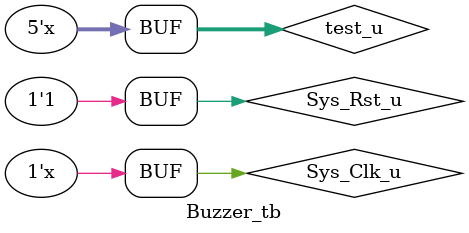
<source format=v>
`timescale 10ns/10ns
module Buzzer_tb();

parameter T=1;

	reg Sys_Clk_u;
	reg Sys_Rst_u;
	reg [4:0] test_u;
	wire piano_out_u;

	initial begin
		Sys_Clk_u = 1'b0;
		Sys_Rst_u = 1'b0;
		test_u	  = 1'b0;
		#(T+1) Sys_Rst_u = 1'b1;
	end
	
	always #(1*T) Sys_Clk_u = ~Sys_Clk_u;
	
	always begin
		#(20_000_000*T)test_u = test_u + 5'd3;
	end

	Buzzer Buzzer_u1(
		.Sys_Clk (Sys_Clk_u),
		.Sys_Rst (Sys_Rst_u),
		.tone	 (test_u),
		.piano_out	 (piano_out_u)
	);

endmodule
</source>
